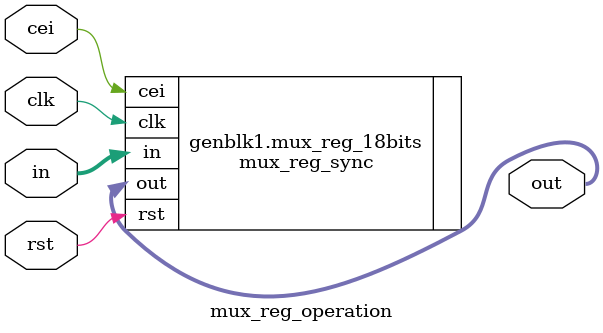
<source format=v>
module mux_reg_operation #(
  parameter widthi      =  18,
  parameter REG_STATE   =  1,       // 1 = no register, bypass
  parameter RSTTYPE     = "SYNC"    // "SYNC" or "ASYNC"
) (
  input clk,
  input cei,
  input rst,
  input [widthi-1:0] in,
  output [widthi-1:0] out
);

generate
    if(RSTTYPE=="SYNC") begin
      mux_reg_sync #(.REG_STATE(REG_STATE),.widthi(widthi)) 
      mux_reg_18bits( .cei(cei),.clk(clk),.rst(rst),.in(in),.out(out));
      
    end else begin
       mux_reg_async #(.REG_STATE(REG_STATE),.widthi(widthi)) 
       mux_reg_18bits( .cei(cei),.clk(clk),.rst(rst),.in(in),.out(out));
    end
endgenerate

endmodule

</source>
